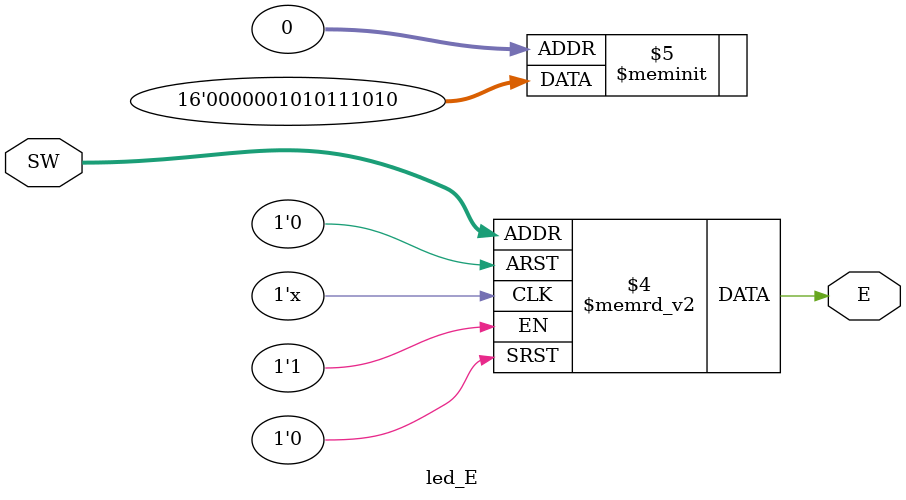
<source format=v>
module led_E (input [0:3] SW,
              output reg E);
always @ (*) begin
	case(SW)
    0: E=~1;
	1: E=~0;
	2: E=~1;
	3: E=~0;
	4: E=~0;
	5: E=~0;
	6: E=~1;
	7: E=~0;
	8: E=~1;
	9: E=~0;
	10: E=~1;
	11: E=~1;
	12: E=~1;
	13: E=~1;
	14: E=~1;
	15: E=~1;
	endcase
end            
endmodule
</source>
